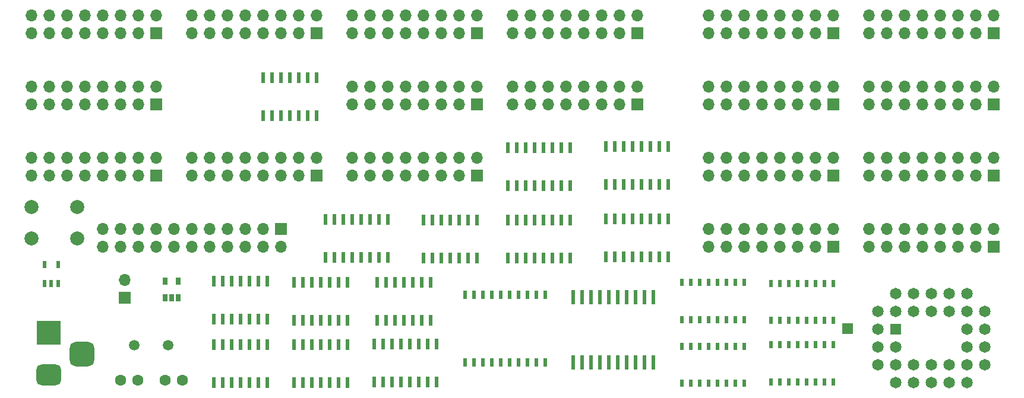
<source format=gbr>
%TF.GenerationSoftware,KiCad,Pcbnew,7.0.0-da2b9df05c~171~ubuntu20.04.1*%
%TF.CreationDate,2023-03-29T16:06:27-07:00*%
%TF.ProjectId,Motherboard,4d6f7468-6572-4626-9f61-72642e6b6963,rev?*%
%TF.SameCoordinates,Original*%
%TF.FileFunction,Soldermask,Top*%
%TF.FilePolarity,Negative*%
%FSLAX46Y46*%
G04 Gerber Fmt 4.6, Leading zero omitted, Abs format (unit mm)*
G04 Created by KiCad (PCBNEW 7.0.0-da2b9df05c~171~ubuntu20.04.1) date 2023-03-29 16:06:27*
%MOMM*%
%LPD*%
G01*
G04 APERTURE LIST*
G04 Aperture macros list*
%AMRoundRect*
0 Rectangle with rounded corners*
0 $1 Rounding radius*
0 $2 $3 $4 $5 $6 $7 $8 $9 X,Y pos of 4 corners*
0 Add a 4 corners polygon primitive as box body*
4,1,4,$2,$3,$4,$5,$6,$7,$8,$9,$2,$3,0*
0 Add four circle primitives for the rounded corners*
1,1,$1+$1,$2,$3*
1,1,$1+$1,$4,$5*
1,1,$1+$1,$6,$7*
1,1,$1+$1,$8,$9*
0 Add four rect primitives between the rounded corners*
20,1,$1+$1,$2,$3,$4,$5,0*
20,1,$1+$1,$4,$5,$6,$7,0*
20,1,$1+$1,$6,$7,$8,$9,0*
20,1,$1+$1,$8,$9,$2,$3,0*%
G04 Aperture macros list end*
%ADD10R,0.520000X1.300000*%
%ADD11R,0.700000X1.000000*%
%ADD12R,1.700000X1.700000*%
%ADD13O,1.700000X1.700000*%
%ADD14R,0.600000X1.550000*%
%ADD15C,1.600000*%
%ADD16R,1.500000X1.500000*%
%ADD17C,1.500000*%
%ADD18R,0.600000X2.000000*%
%ADD19R,1.650000X1.650000*%
%ADD20C,1.650000*%
%ADD21R,3.500000X3.500000*%
%ADD22RoundRect,0.750000X1.000000X-0.750000X1.000000X0.750000X-1.000000X0.750000X-1.000000X-0.750000X0*%
%ADD23RoundRect,0.875000X0.875000X-0.875000X0.875000X0.875000X-0.875000X0.875000X-0.875000X-0.875000X0*%
%ADD24R,0.580000X1.120000*%
%ADD25R,0.600000X1.050000*%
%ADD26C,2.000000*%
G04 APERTURE END LIST*
D10*
%TO.C,UREG1*%
X132968999Y-130809999D03*
X134238999Y-130809999D03*
X135508999Y-130809999D03*
X136778999Y-130809999D03*
X138048999Y-130809999D03*
X139318999Y-130809999D03*
X140588999Y-130809999D03*
X141858999Y-130809999D03*
X143128999Y-130809999D03*
X144398999Y-130809999D03*
X144398999Y-121109999D03*
X143128999Y-121109999D03*
X141858999Y-121109999D03*
X140588999Y-121109999D03*
X139318999Y-121109999D03*
X138048999Y-121109999D03*
X136778999Y-121109999D03*
X135508999Y-121109999D03*
X134238999Y-121109999D03*
X132968999Y-121109999D03*
%TD*%
D11*
%TO.C,U1*%
X90169999Y-121595999D03*
X91119999Y-121595999D03*
X92069999Y-121595999D03*
X92069999Y-119195999D03*
X90169999Y-119195999D03*
%TD*%
D12*
%TO.C,JMEM_C2*%
X208279999Y-104139999D03*
D13*
X208279999Y-101599999D03*
X205739999Y-104139999D03*
X205739999Y-101599999D03*
X203199999Y-104139999D03*
X203199999Y-101599999D03*
X200659999Y-104139999D03*
X200659999Y-101599999D03*
X198119999Y-104139999D03*
X198119999Y-101599999D03*
X195579999Y-104139999D03*
X195579999Y-101599999D03*
X193039999Y-104139999D03*
X193039999Y-101599999D03*
X190499999Y-104139999D03*
X190499999Y-101599999D03*
%TD*%
D12*
%TO.C,JMEM_C1*%
X185419999Y-104139999D03*
D13*
X185419999Y-101599999D03*
X182879999Y-104139999D03*
X182879999Y-101599999D03*
X180339999Y-104139999D03*
X180339999Y-101599999D03*
X177799999Y-104139999D03*
X177799999Y-101599999D03*
X175259999Y-104139999D03*
X175259999Y-101599999D03*
X172719999Y-104139999D03*
X172719999Y-101599999D03*
X170179999Y-104139999D03*
X170179999Y-101599999D03*
X167639999Y-104139999D03*
X167639999Y-101599999D03*
%TD*%
D12*
%TO.C,JREGLOW3*%
X134619999Y-93979999D03*
D13*
X134619999Y-91439999D03*
X132079999Y-93979999D03*
X132079999Y-91439999D03*
X129539999Y-93979999D03*
X129539999Y-91439999D03*
X126999999Y-93979999D03*
X126999999Y-91439999D03*
X124459999Y-93979999D03*
X124459999Y-91439999D03*
X121919999Y-93979999D03*
X121919999Y-91439999D03*
X119379999Y-93979999D03*
X119379999Y-91439999D03*
X116839999Y-93979999D03*
X116839999Y-91439999D03*
%TD*%
D14*
%TO.C,UNOT2*%
X97154999Y-133669999D03*
X98424999Y-133669999D03*
X99694999Y-133669999D03*
X100964999Y-133669999D03*
X102234999Y-133669999D03*
X103504999Y-133669999D03*
X104774999Y-133669999D03*
X104774999Y-128269999D03*
X103504999Y-128269999D03*
X102234999Y-128269999D03*
X100964999Y-128269999D03*
X99694999Y-128269999D03*
X98424999Y-128269999D03*
X97154999Y-128269999D03*
%TD*%
%TO.C,U2MUX3*%
X153034999Y-105409999D03*
X154304999Y-105409999D03*
X155574999Y-105409999D03*
X156844999Y-105409999D03*
X158114999Y-105409999D03*
X159384999Y-105409999D03*
X160654999Y-105409999D03*
X161924999Y-105409999D03*
X161924999Y-100009999D03*
X160654999Y-100009999D03*
X159384999Y-100009999D03*
X158114999Y-100009999D03*
X156844999Y-100009999D03*
X155574999Y-100009999D03*
X154304999Y-100009999D03*
X153034999Y-100009999D03*
%TD*%
D12*
%TO.C,JALU2*%
X111759999Y-104139999D03*
D13*
X111759999Y-101599999D03*
X109219999Y-104139999D03*
X109219999Y-101599999D03*
X106679999Y-104139999D03*
X106679999Y-101599999D03*
X104139999Y-104139999D03*
X104139999Y-101599999D03*
X101599999Y-104139999D03*
X101599999Y-101599999D03*
X99059999Y-104139999D03*
X99059999Y-101599999D03*
X96519999Y-104139999D03*
X96519999Y-101599999D03*
X93979999Y-104139999D03*
X93979999Y-101599999D03*
%TD*%
D12*
%TO.C,JMEM_B2*%
X208279999Y-93979999D03*
D13*
X208279999Y-91439999D03*
X205739999Y-93979999D03*
X205739999Y-91439999D03*
X203199999Y-93979999D03*
X203199999Y-91439999D03*
X200659999Y-93979999D03*
X200659999Y-91439999D03*
X198119999Y-93979999D03*
X198119999Y-91439999D03*
X195579999Y-93979999D03*
X195579999Y-91439999D03*
X193039999Y-93979999D03*
X193039999Y-91439999D03*
X190499999Y-93979999D03*
X190499999Y-91439999D03*
%TD*%
D12*
%TO.C,JMEM_D1*%
X185419999Y-114299999D03*
D13*
X185419999Y-111759999D03*
X182879999Y-114299999D03*
X182879999Y-111759999D03*
X180339999Y-114299999D03*
X180339999Y-111759999D03*
X177799999Y-114299999D03*
X177799999Y-111759999D03*
X175259999Y-114299999D03*
X175259999Y-111759999D03*
X172719999Y-114299999D03*
X172719999Y-111759999D03*
X170179999Y-114299999D03*
X170179999Y-111759999D03*
X167639999Y-114299999D03*
X167639999Y-111759999D03*
%TD*%
D12*
%TO.C,JMEM_B1*%
X185419999Y-93979999D03*
D13*
X185419999Y-91439999D03*
X182879999Y-93979999D03*
X182879999Y-91439999D03*
X180339999Y-93979999D03*
X180339999Y-91439999D03*
X177799999Y-93979999D03*
X177799999Y-91439999D03*
X175259999Y-93979999D03*
X175259999Y-91439999D03*
X172719999Y-93979999D03*
X172719999Y-91439999D03*
X170179999Y-93979999D03*
X170179999Y-91439999D03*
X167639999Y-93979999D03*
X167639999Y-91439999D03*
%TD*%
D14*
%TO.C,U2MUX1*%
X139064999Y-105569999D03*
X140334999Y-105569999D03*
X141604999Y-105569999D03*
X142874999Y-105569999D03*
X144144999Y-105569999D03*
X145414999Y-105569999D03*
X146684999Y-105569999D03*
X147954999Y-105569999D03*
X147954999Y-100169999D03*
X146684999Y-100169999D03*
X145414999Y-100169999D03*
X144144999Y-100169999D03*
X142874999Y-100169999D03*
X141604999Y-100169999D03*
X140334999Y-100169999D03*
X139064999Y-100169999D03*
%TD*%
%TO.C,U2MUX2*%
X139064999Y-115889999D03*
X140334999Y-115889999D03*
X141604999Y-115889999D03*
X142874999Y-115889999D03*
X144144999Y-115889999D03*
X145414999Y-115889999D03*
X146684999Y-115889999D03*
X147954999Y-115889999D03*
X147954999Y-110489999D03*
X146684999Y-110489999D03*
X145414999Y-110489999D03*
X144144999Y-110489999D03*
X142874999Y-110489999D03*
X141604999Y-110489999D03*
X140334999Y-110489999D03*
X139064999Y-110489999D03*
%TD*%
D15*
%TO.C,C4*%
X86320000Y-133350000D03*
X83820000Y-133350000D03*
%TD*%
D14*
%TO.C,UNAND2*%
X108584999Y-133669999D03*
X109854999Y-133669999D03*
X111124999Y-133669999D03*
X112394999Y-133669999D03*
X113664999Y-133669999D03*
X114934999Y-133669999D03*
X116204999Y-133669999D03*
X116204999Y-128269999D03*
X114934999Y-128269999D03*
X113664999Y-128269999D03*
X112394999Y-128269999D03*
X111124999Y-128269999D03*
X109854999Y-128269999D03*
X108584999Y-128269999D03*
%TD*%
D16*
%TO.C,TPROM15*%
X187451999Y-125983999D03*
%TD*%
D12*
%TO.C,JREGLOW1*%
X88899999Y-93979999D03*
D13*
X88899999Y-91439999D03*
X86359999Y-93979999D03*
X86359999Y-91439999D03*
X83819999Y-93979999D03*
X83819999Y-91439999D03*
X81279999Y-93979999D03*
X81279999Y-91439999D03*
X78739999Y-93979999D03*
X78739999Y-91439999D03*
X76199999Y-93979999D03*
X76199999Y-91439999D03*
X73659999Y-93979999D03*
X73659999Y-91439999D03*
X71119999Y-93979999D03*
X71119999Y-91439999D03*
%TD*%
D14*
%TO.C,UDEMUX1*%
X113029999Y-115823999D03*
X114299999Y-115823999D03*
X115569999Y-115823999D03*
X116839999Y-115823999D03*
X118109999Y-115823999D03*
X119379999Y-115823999D03*
X120649999Y-115823999D03*
X121919999Y-115823999D03*
X121919999Y-110423999D03*
X120649999Y-110423999D03*
X119379999Y-110423999D03*
X118109999Y-110423999D03*
X116839999Y-110423999D03*
X115569999Y-110423999D03*
X114299999Y-110423999D03*
X113029999Y-110423999D03*
%TD*%
D12*
%TO.C,JMEM_A1*%
X185419999Y-83819999D03*
D13*
X185419999Y-81279999D03*
X182879999Y-83819999D03*
X182879999Y-81279999D03*
X180339999Y-83819999D03*
X180339999Y-81279999D03*
X177799999Y-83819999D03*
X177799999Y-81279999D03*
X175259999Y-83819999D03*
X175259999Y-81279999D03*
X172719999Y-83819999D03*
X172719999Y-81279999D03*
X170179999Y-83819999D03*
X170179999Y-81279999D03*
X167639999Y-83819999D03*
X167639999Y-81279999D03*
%TD*%
D12*
%TO.C,JREGHIGH4*%
X157479999Y-83819999D03*
D13*
X157479999Y-81279999D03*
X154939999Y-83819999D03*
X154939999Y-81279999D03*
X152399999Y-83819999D03*
X152399999Y-81279999D03*
X149859999Y-83819999D03*
X149859999Y-81279999D03*
X147319999Y-83819999D03*
X147319999Y-81279999D03*
X144779999Y-83819999D03*
X144779999Y-81279999D03*
X142239999Y-83819999D03*
X142239999Y-81279999D03*
X139699999Y-83819999D03*
X139699999Y-81279999D03*
%TD*%
D17*
%TO.C,Y1*%
X90645000Y-128365000D03*
X85765000Y-128365000D03*
%TD*%
D12*
%TO.C,JALU1*%
X88899999Y-104139999D03*
D13*
X88899999Y-101599999D03*
X86359999Y-104139999D03*
X86359999Y-101599999D03*
X83819999Y-104139999D03*
X83819999Y-101599999D03*
X81279999Y-104139999D03*
X81279999Y-101599999D03*
X78739999Y-104139999D03*
X78739999Y-101599999D03*
X76199999Y-104139999D03*
X76199999Y-101599999D03*
X73659999Y-104139999D03*
X73659999Y-101599999D03*
X71119999Y-104139999D03*
X71119999Y-101599999D03*
%TD*%
D18*
%TO.C,U4*%
X148335999Y-130760999D03*
X149605999Y-130760999D03*
X150875999Y-130760999D03*
X152145999Y-130760999D03*
X153415999Y-130760999D03*
X154685999Y-130760999D03*
X155955999Y-130760999D03*
X157225999Y-130760999D03*
X158495999Y-130760999D03*
X159765999Y-130760999D03*
X159765999Y-121460999D03*
X158495999Y-121460999D03*
X157225999Y-121460999D03*
X155955999Y-121460999D03*
X154685999Y-121460999D03*
X153415999Y-121460999D03*
X152145999Y-121460999D03*
X150875999Y-121460999D03*
X149605999Y-121460999D03*
X148335999Y-121460999D03*
%TD*%
D12*
%TO.C,JP1*%
X84454999Y-121538999D03*
D13*
X84454999Y-118998999D03*
%TD*%
D19*
%TO.C,U2*%
X194309999Y-126079999D03*
D20*
X191770000Y-128620000D03*
X194310000Y-128620000D03*
X191770000Y-131160000D03*
X194310000Y-133700000D03*
X194310000Y-131160000D03*
X196850000Y-133700000D03*
X196850000Y-131160000D03*
X199390000Y-133700000D03*
X199390000Y-131160000D03*
X201930000Y-133700000D03*
X201930000Y-131160000D03*
X204470000Y-133700000D03*
X207010000Y-131160000D03*
X204470000Y-131160000D03*
X207010000Y-128620000D03*
X204470000Y-128620000D03*
X207010000Y-126080000D03*
X204470000Y-126080000D03*
X207010000Y-123540000D03*
X204470000Y-121000000D03*
X204470000Y-123540000D03*
X201930000Y-121000000D03*
X201930000Y-123540000D03*
X199390000Y-121000000D03*
X199390000Y-123540000D03*
X196850000Y-121000000D03*
X196850000Y-123540000D03*
X194310000Y-121000000D03*
X191770000Y-123540000D03*
X194310000Y-123540000D03*
X191770000Y-126080000D03*
%TD*%
D21*
%TO.C,J1*%
X73599999Y-126599999D03*
D22*
X73600000Y-132600000D03*
D23*
X78300000Y-129600000D03*
%TD*%
D24*
%TO.C,UR3*%
X163829999Y-133779999D03*
X165099999Y-133779999D03*
X166369999Y-133779999D03*
X167639999Y-133779999D03*
X168909999Y-133779999D03*
X170179999Y-133779999D03*
X171449999Y-133779999D03*
X172719999Y-133779999D03*
X172719999Y-128499999D03*
X171449999Y-128499999D03*
X170179999Y-128499999D03*
X168909999Y-128499999D03*
X167639999Y-128499999D03*
X166369999Y-128499999D03*
X165099999Y-128499999D03*
X163829999Y-128499999D03*
%TD*%
D14*
%TO.C,UXOR1*%
X126999999Y-115889999D03*
X128269999Y-115889999D03*
X129539999Y-115889999D03*
X130809999Y-115889999D03*
X132079999Y-115889999D03*
X133349999Y-115889999D03*
X134619999Y-115889999D03*
X134619999Y-110489999D03*
X133349999Y-110489999D03*
X132079999Y-110489999D03*
X130809999Y-110489999D03*
X129539999Y-110489999D03*
X128269999Y-110489999D03*
X126999999Y-110489999D03*
%TD*%
D12*
%TO.C,JMEM_A2*%
X208279999Y-83819999D03*
D13*
X208279999Y-81279999D03*
X205739999Y-83819999D03*
X205739999Y-81279999D03*
X203199999Y-83819999D03*
X203199999Y-81279999D03*
X200659999Y-83819999D03*
X200659999Y-81279999D03*
X198119999Y-83819999D03*
X198119999Y-81279999D03*
X195579999Y-83819999D03*
X195579999Y-81279999D03*
X193039999Y-83819999D03*
X193039999Y-81279999D03*
X190499999Y-83819999D03*
X190499999Y-81279999D03*
%TD*%
D12*
%TO.C,JREGHIGH1*%
X88899999Y-83819999D03*
D13*
X88899999Y-81279999D03*
X86359999Y-83819999D03*
X86359999Y-81279999D03*
X83819999Y-83819999D03*
X83819999Y-81279999D03*
X81279999Y-83819999D03*
X81279999Y-81279999D03*
X78739999Y-83819999D03*
X78739999Y-81279999D03*
X76199999Y-83819999D03*
X76199999Y-81279999D03*
X73659999Y-83819999D03*
X73659999Y-81279999D03*
X71119999Y-83819999D03*
X71119999Y-81279999D03*
%TD*%
D24*
%TO.C,UR1*%
X176529999Y-133549999D03*
X177799999Y-133549999D03*
X179069999Y-133549999D03*
X180339999Y-133549999D03*
X181609999Y-133549999D03*
X182879999Y-133549999D03*
X184149999Y-133549999D03*
X185419999Y-133549999D03*
X185419999Y-128269999D03*
X184149999Y-128269999D03*
X182879999Y-128269999D03*
X181609999Y-128269999D03*
X180339999Y-128269999D03*
X179069999Y-128269999D03*
X177799999Y-128269999D03*
X176529999Y-128269999D03*
%TD*%
D25*
%TO.C,U3*%
X72999999Y-119499999D03*
X73949999Y-119499999D03*
X74899999Y-119499999D03*
X74899999Y-116799999D03*
X72999999Y-116799999D03*
%TD*%
D14*
%TO.C,UNAND1*%
X108584999Y-124779999D03*
X109854999Y-124779999D03*
X111124999Y-124779999D03*
X112394999Y-124779999D03*
X113664999Y-124779999D03*
X114934999Y-124779999D03*
X116204999Y-124779999D03*
X116204999Y-119379999D03*
X114934999Y-119379999D03*
X113664999Y-119379999D03*
X112394999Y-119379999D03*
X111124999Y-119379999D03*
X109854999Y-119379999D03*
X108584999Y-119379999D03*
%TD*%
D12*
%TO.C,JREGLOW4*%
X157479999Y-93979999D03*
D13*
X157479999Y-91439999D03*
X154939999Y-93979999D03*
X154939999Y-91439999D03*
X152399999Y-93979999D03*
X152399999Y-91439999D03*
X149859999Y-93979999D03*
X149859999Y-91439999D03*
X147319999Y-93979999D03*
X147319999Y-91439999D03*
X144779999Y-93979999D03*
X144779999Y-91439999D03*
X142239999Y-93979999D03*
X142239999Y-91439999D03*
X139699999Y-93979999D03*
X139699999Y-91439999D03*
%TD*%
D14*
%TO.C,UOR1*%
X104139999Y-95569999D03*
X105409999Y-95569999D03*
X106679999Y-95569999D03*
X107949999Y-95569999D03*
X109219999Y-95569999D03*
X110489999Y-95569999D03*
X111759999Y-95569999D03*
X111759999Y-90169999D03*
X110489999Y-90169999D03*
X109219999Y-90169999D03*
X107949999Y-90169999D03*
X106679999Y-90169999D03*
X105409999Y-90169999D03*
X104139999Y-90169999D03*
%TD*%
D12*
%TO.C,JREGHIGH3*%
X134619999Y-83819999D03*
D13*
X134619999Y-81279999D03*
X132079999Y-83819999D03*
X132079999Y-81279999D03*
X129539999Y-83819999D03*
X129539999Y-81279999D03*
X126999999Y-83819999D03*
X126999999Y-81279999D03*
X124459999Y-83819999D03*
X124459999Y-81279999D03*
X121919999Y-83819999D03*
X121919999Y-81279999D03*
X119379999Y-83819999D03*
X119379999Y-81279999D03*
X116839999Y-83819999D03*
X116839999Y-81279999D03*
%TD*%
D12*
%TO.C,JMEM_D2*%
X208279999Y-114299999D03*
D13*
X208279999Y-111759999D03*
X205739999Y-114299999D03*
X205739999Y-111759999D03*
X203199999Y-114299999D03*
X203199999Y-111759999D03*
X200659999Y-114299999D03*
X200659999Y-111759999D03*
X198119999Y-114299999D03*
X198119999Y-111759999D03*
X195579999Y-114299999D03*
X195579999Y-111759999D03*
X193039999Y-114299999D03*
X193039999Y-111759999D03*
X190499999Y-114299999D03*
X190499999Y-111759999D03*
%TD*%
D12*
%TO.C,JREGHIGH2*%
X111759999Y-83819999D03*
D13*
X111759999Y-81279999D03*
X109219999Y-83819999D03*
X109219999Y-81279999D03*
X106679999Y-83819999D03*
X106679999Y-81279999D03*
X104139999Y-83819999D03*
X104139999Y-81279999D03*
X101599999Y-83819999D03*
X101599999Y-81279999D03*
X99059999Y-83819999D03*
X99059999Y-81279999D03*
X96519999Y-83819999D03*
X96519999Y-81279999D03*
X93979999Y-83819999D03*
X93979999Y-81279999D03*
%TD*%
D14*
%TO.C,UOR2*%
X120395999Y-124779999D03*
X121665999Y-124779999D03*
X122935999Y-124779999D03*
X124205999Y-124779999D03*
X125475999Y-124779999D03*
X126745999Y-124779999D03*
X128015999Y-124779999D03*
X128015999Y-119379999D03*
X126745999Y-119379999D03*
X125475999Y-119379999D03*
X124205999Y-119379999D03*
X122935999Y-119379999D03*
X121665999Y-119379999D03*
X120395999Y-119379999D03*
%TD*%
%TO.C,UOCTMUX1*%
X120014999Y-133603999D03*
X121284999Y-133603999D03*
X122554999Y-133603999D03*
X123824999Y-133603999D03*
X125094999Y-133603999D03*
X126364999Y-133603999D03*
X127634999Y-133603999D03*
X128904999Y-133603999D03*
X128904999Y-128203999D03*
X127634999Y-128203999D03*
X126364999Y-128203999D03*
X125094999Y-128203999D03*
X123824999Y-128203999D03*
X122554999Y-128203999D03*
X121284999Y-128203999D03*
X120014999Y-128203999D03*
%TD*%
D24*
%TO.C,UR2*%
X176529999Y-124779999D03*
X177799999Y-124779999D03*
X179069999Y-124779999D03*
X180339999Y-124779999D03*
X181609999Y-124779999D03*
X182879999Y-124779999D03*
X184149999Y-124779999D03*
X185419999Y-124779999D03*
X185419999Y-119499999D03*
X184149999Y-119499999D03*
X182879999Y-119499999D03*
X181609999Y-119499999D03*
X180339999Y-119499999D03*
X179069999Y-119499999D03*
X177799999Y-119499999D03*
X176529999Y-119499999D03*
%TD*%
D26*
%TO.C,SW1*%
X71120000Y-108585000D03*
X77620000Y-108585000D03*
X71120000Y-113085000D03*
X77620000Y-113085000D03*
%TD*%
D24*
%TO.C,UR4*%
X163829999Y-124659999D03*
X165099999Y-124659999D03*
X166369999Y-124659999D03*
X167639999Y-124659999D03*
X168909999Y-124659999D03*
X170179999Y-124659999D03*
X171449999Y-124659999D03*
X172719999Y-124659999D03*
X172719999Y-119379999D03*
X171449999Y-119379999D03*
X170179999Y-119379999D03*
X168909999Y-119379999D03*
X167639999Y-119379999D03*
X166369999Y-119379999D03*
X165099999Y-119379999D03*
X163829999Y-119379999D03*
%TD*%
D14*
%TO.C,U2MUX4*%
X153034999Y-115729999D03*
X154304999Y-115729999D03*
X155574999Y-115729999D03*
X156844999Y-115729999D03*
X158114999Y-115729999D03*
X159384999Y-115729999D03*
X160654999Y-115729999D03*
X161924999Y-115729999D03*
X161924999Y-110329999D03*
X160654999Y-110329999D03*
X159384999Y-110329999D03*
X158114999Y-110329999D03*
X156844999Y-110329999D03*
X155574999Y-110329999D03*
X154304999Y-110329999D03*
X153034999Y-110329999D03*
%TD*%
D15*
%TO.C,C8*%
X90170000Y-133350000D03*
X92670000Y-133350000D03*
%TD*%
D12*
%TO.C,JDBG1*%
X106679999Y-111759999D03*
D13*
X106679999Y-114299999D03*
X104139999Y-111759999D03*
X104139999Y-114299999D03*
X101599999Y-111759999D03*
X101599999Y-114299999D03*
X99059999Y-111759999D03*
X99059999Y-114299999D03*
X96519999Y-111759999D03*
X96519999Y-114299999D03*
X93979999Y-111759999D03*
X93979999Y-114299999D03*
X91439999Y-111759999D03*
X91439999Y-114299999D03*
X88899999Y-111759999D03*
X88899999Y-114299999D03*
X86359999Y-111759999D03*
X86359999Y-114299999D03*
X83819999Y-111759999D03*
X83819999Y-114299999D03*
X81279999Y-111759999D03*
X81279999Y-114299999D03*
%TD*%
D12*
%TO.C,JALU3*%
X134619999Y-104139999D03*
D13*
X134619999Y-101599999D03*
X132079999Y-104139999D03*
X132079999Y-101599999D03*
X129539999Y-104139999D03*
X129539999Y-101599999D03*
X126999999Y-104139999D03*
X126999999Y-101599999D03*
X124459999Y-104139999D03*
X124459999Y-101599999D03*
X121919999Y-104139999D03*
X121919999Y-101599999D03*
X119379999Y-104139999D03*
X119379999Y-101599999D03*
X116839999Y-104139999D03*
X116839999Y-101599999D03*
%TD*%
D14*
%TO.C,UNOT1*%
X97154999Y-124619999D03*
X98424999Y-124619999D03*
X99694999Y-124619999D03*
X100964999Y-124619999D03*
X102234999Y-124619999D03*
X103504999Y-124619999D03*
X104774999Y-124619999D03*
X104774999Y-119219999D03*
X103504999Y-119219999D03*
X102234999Y-119219999D03*
X100964999Y-119219999D03*
X99694999Y-119219999D03*
X98424999Y-119219999D03*
X97154999Y-119219999D03*
%TD*%
M02*

</source>
